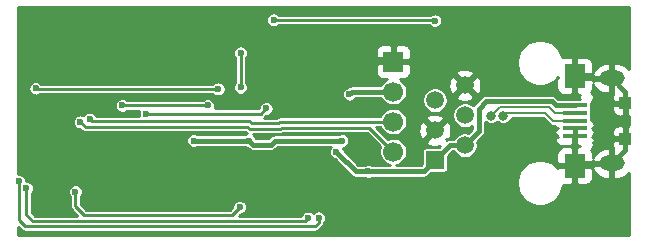
<source format=gbl>
G04 #@! TF.GenerationSoftware,KiCad,Pcbnew,(5.1.9-0-10_14)*
G04 #@! TF.CreationDate,2021-04-30T15:23:44+02:00*
G04 #@! TF.ProjectId,P1_wifi,50315f77-6966-4692-9e6b-696361645f70,rev?*
G04 #@! TF.SameCoordinates,Original*
G04 #@! TF.FileFunction,Copper,L2,Bot*
G04 #@! TF.FilePolarity,Positive*
%FSLAX46Y46*%
G04 Gerber Fmt 4.6, Leading zero omitted, Abs format (unit mm)*
G04 Created by KiCad (PCBNEW (5.1.9-0-10_14)) date 2021-04-30 15:23:44*
%MOMM*%
%LPD*%
G01*
G04 APERTURE LIST*
G04 #@! TA.AperFunction,ComponentPad*
%ADD10C,1.700000*%
G04 #@! TD*
G04 #@! TA.AperFunction,ComponentPad*
%ADD11R,1.700000X1.700000*%
G04 #@! TD*
G04 #@! TA.AperFunction,SMDPad,CuDef*
%ADD12R,1.000000X1.000000*%
G04 #@! TD*
G04 #@! TA.AperFunction,SMDPad,CuDef*
%ADD13R,2.150000X0.400000*%
G04 #@! TD*
G04 #@! TA.AperFunction,ComponentPad*
%ADD14R,1.800000X2.000000*%
G04 #@! TD*
G04 #@! TA.AperFunction,ComponentPad*
%ADD15O,2.150000X1.300000*%
G04 #@! TD*
G04 #@! TA.AperFunction,ComponentPad*
%ADD16R,1.520000X1.520000*%
G04 #@! TD*
G04 #@! TA.AperFunction,ComponentPad*
%ADD17C,1.520000*%
G04 #@! TD*
G04 #@! TA.AperFunction,ViaPad*
%ADD18C,0.600000*%
G04 #@! TD*
G04 #@! TA.AperFunction,ViaPad*
%ADD19C,0.812800*%
G04 #@! TD*
G04 #@! TA.AperFunction,Conductor*
%ADD20C,0.406400*%
G04 #@! TD*
G04 #@! TA.AperFunction,Conductor*
%ADD21C,0.254000*%
G04 #@! TD*
G04 #@! TA.AperFunction,Conductor*
%ADD22C,0.203200*%
G04 #@! TD*
G04 #@! TA.AperFunction,Conductor*
%ADD23C,0.100000*%
G04 #@! TD*
G04 APERTURE END LIST*
D10*
X39711500Y9937000D03*
X39711500Y12477000D03*
X39711500Y7397000D03*
D11*
X39711500Y15017000D03*
D12*
X59379500Y11500000D03*
D13*
X55069500Y11300000D03*
D14*
X55069500Y13800000D03*
D15*
X58229500Y13600000D03*
D14*
X55069500Y6200000D03*
D15*
X58229500Y6400000D03*
D12*
X59379500Y8500000D03*
D13*
X55069500Y10650000D03*
X55069500Y10000000D03*
X55069500Y9350000D03*
X55069500Y8700000D03*
D16*
X43243500Y6667500D03*
D17*
X45783500Y7937500D03*
X43243500Y9207500D03*
X45783500Y10477500D03*
X43243500Y11747500D03*
X45783500Y13017500D03*
D18*
X31496000Y4318000D03*
X33528000Y6350000D03*
X31496000Y6350000D03*
X33528000Y4318000D03*
X35052000Y16322000D03*
X35052000Y13462000D03*
X30099000Y7620000D03*
X31623000Y13716000D03*
X24511000Y18034000D03*
X11557000Y14351000D03*
X11557000Y4445000D03*
X27432000Y4445000D03*
X36703000Y7239000D03*
X36703000Y8763000D03*
X33147000Y13208000D03*
X33147000Y15240000D03*
X36931600Y13335000D03*
X37993599Y3454400D03*
X30022800Y2844800D03*
X35153600Y2895600D03*
X23926800Y7467600D03*
X24434800Y3098800D03*
X37592000Y5715000D03*
X34903703Y7364651D03*
X26797000Y15748000D03*
X26797000Y12827000D03*
X36002000Y12258000D03*
X22809200Y8331200D03*
X35382196Y8331200D03*
X27495000Y8331200D03*
X29591000Y18542000D03*
X43243504Y18478502D03*
X24892000Y12700000D03*
X9448800Y12750802D03*
X16764000Y11303000D03*
X24003000Y11303000D03*
D19*
X49022000Y10429855D03*
X48006000Y10429855D03*
D18*
X26720800Y2692400D03*
X12801600Y4013200D03*
X13207996Y9906000D03*
X14008550Y10155210D03*
X33401000Y1778000D03*
X8026400Y4876800D03*
X32512000Y1773210D03*
X8656610Y4294983D03*
X18796000Y10612421D03*
X28956000Y11049000D03*
D20*
X58229500Y13600000D02*
X55069500Y13600000D01*
X58229500Y6400000D02*
X55069500Y6400000D01*
X59379500Y12450000D02*
X58229500Y13600000D01*
X59379500Y11500000D02*
X59379500Y12450000D01*
X59379500Y7550000D02*
X58229500Y6400000D01*
X59379500Y8500000D02*
X59379500Y7550000D01*
X59379500Y11500000D02*
X59379500Y8500000D01*
X55069500Y8700000D02*
X55069500Y6400000D01*
X55069500Y9350000D02*
X55069500Y8700000D01*
X35052000Y13462000D02*
X35052000Y16322000D01*
X39488500Y15240000D02*
X35136000Y15240000D01*
D21*
X35136000Y15240000D02*
X35052000Y15324000D01*
X39711500Y15017000D02*
X39488500Y15240000D01*
D20*
X46949901Y9103901D02*
X45783500Y7937500D01*
X46949901Y11037373D02*
X46949901Y9103901D01*
X47561594Y11649066D02*
X46949901Y11037373D01*
X53120934Y11649066D02*
X47561594Y11649066D01*
X55069500Y11300000D02*
X53470000Y11300000D01*
X53470000Y11300000D02*
X53120934Y11649066D01*
X44513500Y7937500D02*
X43243500Y6667500D01*
X45783500Y7937500D02*
X44513500Y7937500D01*
D21*
X42792799Y6216799D02*
X43243500Y6667500D01*
D20*
X38016264Y5715000D02*
X37592000Y5715000D01*
X42792799Y6216799D02*
X42291000Y5715000D01*
X42291000Y5715000D02*
X38016264Y5715000D01*
X37592000Y5715000D02*
X36553354Y5715000D01*
X36553354Y5715000D02*
X34903703Y7364651D01*
D21*
X26797000Y15323736D02*
X26797000Y12827000D01*
X26797000Y15748000D02*
X26797000Y15323736D01*
D20*
X36221000Y12477000D02*
X36002000Y12258000D01*
X39711500Y12477000D02*
X36221000Y12477000D01*
X27495000Y8331200D02*
X22809200Y8331200D01*
X29705490Y8331200D02*
X29344866Y7970575D01*
X29344866Y7970575D02*
X27855625Y7970575D01*
X35382196Y8331200D02*
X29705490Y8331200D01*
X27855625Y7970575D02*
X27495000Y8331200D01*
D21*
X43180006Y18542000D02*
X43243504Y18478502D01*
X29591000Y18542000D02*
X43180006Y18542000D01*
X24892000Y12700000D02*
X9499602Y12700000D01*
X9499602Y12700000D02*
X9448800Y12750802D01*
X16764000Y11303000D02*
X24003000Y11303000D01*
D22*
X52578000Y10668000D02*
X53246000Y10000000D01*
X53246000Y10000000D02*
X55069500Y10000000D01*
X49260145Y10668000D02*
X52578000Y10668000D01*
X49022000Y10429855D02*
X49260145Y10668000D01*
X48717200Y11141055D02*
X52910509Y11141055D01*
X52910509Y11141055D02*
X53401564Y10650000D01*
X48006000Y10429855D02*
X48717200Y11141055D01*
X53401564Y10650000D02*
X55069500Y10650000D01*
D21*
X13525000Y2032000D02*
X12801600Y2755400D01*
X26060400Y2032000D02*
X13525000Y2032000D01*
X12801600Y2755400D02*
X12801600Y4013200D01*
X26720800Y2692400D02*
X26060400Y2032000D01*
X30159080Y9326587D02*
X27543790Y9326587D01*
X30260681Y9428188D02*
X30159080Y9326587D01*
X13635008Y9478988D02*
X13507995Y9606001D01*
X13507995Y9606001D02*
X13207996Y9906000D01*
X27391389Y9478988D02*
X13635008Y9478988D01*
X27543790Y9326587D02*
X27391389Y9478988D01*
X39711500Y7397000D02*
X37680312Y9428188D01*
X37680312Y9428188D02*
X30260681Y9428188D01*
X14181549Y9982211D02*
X14008550Y10155210D01*
X27733171Y9783798D02*
X27534758Y9982211D01*
X29969698Y9783798D02*
X27733171Y9783798D01*
X30122900Y9937000D02*
X29969698Y9783798D01*
X39711500Y9937000D02*
X30122900Y9937000D01*
X27534758Y9982211D02*
X14181549Y9982211D01*
X33114053Y1066789D02*
X8534411Y1066789D01*
X8534411Y1066789D02*
X8026400Y1574800D01*
X33401000Y1353736D02*
X33114053Y1066789D01*
X8026400Y1574800D02*
X8026400Y4876800D01*
X33401000Y1778000D02*
X33401000Y1353736D01*
X8656610Y2062190D02*
X8656610Y4294983D01*
X9194800Y1524000D02*
X8656610Y2062190D01*
X32262790Y1524000D02*
X9194800Y1524000D01*
X32512000Y1773210D02*
X32262790Y1524000D01*
X18796000Y10612421D02*
X28519421Y10612421D01*
X28519421Y10612421D02*
X28956000Y11049000D01*
X59644800Y14426971D02*
X59474005Y14597882D01*
X59263581Y14738585D01*
X59029751Y14835533D01*
X58781500Y14885000D01*
X58356500Y14885000D01*
X58356500Y13727000D01*
X58376500Y13727000D01*
X58376500Y13473000D01*
X58356500Y13473000D01*
X58356500Y12363678D01*
X58348963Y12354494D01*
X58289998Y12244180D01*
X58253688Y12124482D01*
X58241428Y12000000D01*
X58244500Y11785750D01*
X58403250Y11627000D01*
X59252500Y11627000D01*
X59252500Y11647000D01*
X59506500Y11647000D01*
X59506500Y11627000D01*
X59526500Y11627000D01*
X59526500Y11373000D01*
X59506500Y11373000D01*
X59506500Y10523750D01*
X59644800Y10385450D01*
X59644801Y9614551D01*
X59506500Y9476250D01*
X59506500Y8627000D01*
X59526500Y8627000D01*
X59526500Y8373000D01*
X59506500Y8373000D01*
X59506500Y8353000D01*
X59252500Y8353000D01*
X59252500Y8373000D01*
X58403250Y8373000D01*
X58244500Y8214250D01*
X58241428Y8000000D01*
X58253688Y7875518D01*
X58289998Y7755820D01*
X58348963Y7645506D01*
X58356500Y7636322D01*
X58356500Y6527000D01*
X58376500Y6527000D01*
X58376500Y6273000D01*
X58356500Y6273000D01*
X58356500Y5115000D01*
X58781500Y5115000D01*
X59029751Y5164467D01*
X59263581Y5261415D01*
X59474005Y5402118D01*
X59644801Y5573029D01*
X59644801Y355200D01*
X7950200Y355200D01*
X7950200Y1004423D01*
X8195241Y759381D01*
X8209558Y741936D01*
X8279175Y684802D01*
X8358602Y642348D01*
X8444784Y616204D01*
X8511951Y609589D01*
X8511960Y609589D01*
X8534410Y607378D01*
X8556860Y609589D01*
X33091603Y609589D01*
X33114053Y607378D01*
X33136503Y609589D01*
X33136513Y609589D01*
X33203680Y616204D01*
X33289862Y642348D01*
X33369289Y684802D01*
X33438906Y741936D01*
X33453227Y759386D01*
X33708403Y1014562D01*
X33725853Y1028883D01*
X33762401Y1073416D01*
X33782987Y1098499D01*
X33819722Y1167228D01*
X33825441Y1177927D01*
X33851585Y1264109D01*
X33858200Y1331276D01*
X33858200Y1331285D01*
X33859585Y1345348D01*
X33890508Y1376271D01*
X33959476Y1479488D01*
X34006982Y1594178D01*
X34031200Y1715931D01*
X34031200Y1840069D01*
X34006982Y1961822D01*
X33959476Y2076512D01*
X33890508Y2179729D01*
X33802729Y2267508D01*
X33699512Y2336476D01*
X33584822Y2383982D01*
X33463069Y2408200D01*
X33338931Y2408200D01*
X33217178Y2383982D01*
X33102488Y2336476D01*
X32999271Y2267508D01*
X32954105Y2222342D01*
X32913729Y2262718D01*
X32810512Y2331686D01*
X32695822Y2379192D01*
X32574069Y2403410D01*
X32449931Y2403410D01*
X32328178Y2379192D01*
X32213488Y2331686D01*
X32110271Y2262718D01*
X32022492Y2174939D01*
X31953524Y2071722D01*
X31916029Y1981200D01*
X26656178Y1981200D01*
X26737178Y2062200D01*
X26782869Y2062200D01*
X26904622Y2086418D01*
X27019312Y2133924D01*
X27122529Y2202892D01*
X27210308Y2290671D01*
X27279276Y2393888D01*
X27326782Y2508578D01*
X27351000Y2630331D01*
X27351000Y2754469D01*
X27326782Y2876222D01*
X27279276Y2990912D01*
X27210308Y3094129D01*
X27122529Y3181908D01*
X27019312Y3250876D01*
X26904622Y3298382D01*
X26782869Y3322600D01*
X26658731Y3322600D01*
X26536978Y3298382D01*
X26422288Y3250876D01*
X26319071Y3181908D01*
X26231292Y3094129D01*
X26162324Y2990912D01*
X26114818Y2876222D01*
X26090600Y2754469D01*
X26090600Y2708778D01*
X25871023Y2489200D01*
X13714378Y2489200D01*
X13258800Y2944777D01*
X13258800Y3579163D01*
X13291108Y3611471D01*
X13360076Y3714688D01*
X13407582Y3829378D01*
X13431800Y3951131D01*
X13431800Y4075269D01*
X13407582Y4197022D01*
X13360076Y4311712D01*
X13291108Y4414929D01*
X13203329Y4502708D01*
X13100112Y4571676D01*
X12985422Y4619182D01*
X12863669Y4643400D01*
X12739531Y4643400D01*
X12617778Y4619182D01*
X12503088Y4571676D01*
X12399871Y4502708D01*
X12312092Y4414929D01*
X12243124Y4311712D01*
X12195618Y4197022D01*
X12171400Y4075269D01*
X12171400Y3951131D01*
X12195618Y3829378D01*
X12243124Y3714688D01*
X12312092Y3611471D01*
X12344401Y3579162D01*
X12344400Y2777850D01*
X12342189Y2755400D01*
X12344400Y2732950D01*
X12344400Y2732941D01*
X12351015Y2665774D01*
X12377159Y2579592D01*
X12419613Y2500165D01*
X12476747Y2430547D01*
X12494197Y2416226D01*
X12929222Y1981200D01*
X9384178Y1981200D01*
X9113810Y2251568D01*
X9113810Y3860946D01*
X9146118Y3893254D01*
X9215086Y3996471D01*
X9262592Y4111161D01*
X9286810Y4232914D01*
X9286810Y4357052D01*
X9262592Y4478805D01*
X9215086Y4593495D01*
X9146118Y4696712D01*
X9058339Y4784491D01*
X8955122Y4853459D01*
X8840432Y4900965D01*
X8718679Y4925183D01*
X8656600Y4925183D01*
X8656600Y4938869D01*
X8654372Y4950070D01*
X50178300Y4950070D01*
X50178300Y4564930D01*
X50253438Y4187189D01*
X50400825Y3831366D01*
X50614797Y3511133D01*
X50887133Y3238797D01*
X51207366Y3024825D01*
X51563189Y2877438D01*
X51940930Y2802300D01*
X52326070Y2802300D01*
X52703811Y2877438D01*
X53059634Y3024825D01*
X53379867Y3238797D01*
X53652203Y3511133D01*
X53866175Y3831366D01*
X54013562Y4187189D01*
X54088700Y4564930D01*
X54088700Y4569886D01*
X54169500Y4561928D01*
X54783750Y4565000D01*
X54942500Y4723750D01*
X54942500Y6073000D01*
X55196500Y6073000D01*
X55196500Y4723750D01*
X55355250Y4565000D01*
X55969500Y4561928D01*
X56093982Y4574188D01*
X56213680Y4610498D01*
X56323994Y4669463D01*
X56420685Y4748815D01*
X56500037Y4845506D01*
X56559002Y4955820D01*
X56595312Y5075518D01*
X56607572Y5200000D01*
X56604500Y5914250D01*
X56445750Y6073000D01*
X55196500Y6073000D01*
X54942500Y6073000D01*
X53693250Y6073000D01*
X53638160Y6017910D01*
X53581541Y6074529D01*
X56561401Y6074529D01*
X56568713Y6025585D01*
X56665503Y5791689D01*
X56806064Y5581170D01*
X56984995Y5402118D01*
X57195419Y5261415D01*
X57429249Y5164467D01*
X57677500Y5115000D01*
X58102500Y5115000D01*
X58102500Y6273000D01*
X56685433Y6273000D01*
X56561401Y6074529D01*
X53581541Y6074529D01*
X53379867Y6276203D01*
X53059634Y6490175D01*
X52703811Y6637562D01*
X52326070Y6712700D01*
X51940930Y6712700D01*
X51563189Y6637562D01*
X51207366Y6490175D01*
X50887133Y6276203D01*
X50614797Y6003867D01*
X50400825Y5683634D01*
X50253438Y5327811D01*
X50178300Y4950070D01*
X8654372Y4950070D01*
X8632382Y5060622D01*
X8584876Y5175312D01*
X8515908Y5278529D01*
X8428129Y5366308D01*
X8324912Y5435276D01*
X8210222Y5482782D01*
X8088469Y5507000D01*
X7964331Y5507000D01*
X7950200Y5504189D01*
X7950200Y9968069D01*
X12577796Y9968069D01*
X12577796Y9843931D01*
X12602014Y9722178D01*
X12649520Y9607488D01*
X12718488Y9504271D01*
X12806267Y9416492D01*
X12909484Y9347524D01*
X13024174Y9300018D01*
X13145927Y9275800D01*
X13191618Y9275800D01*
X13295837Y9171581D01*
X13310155Y9154135D01*
X13379772Y9097001D01*
X13459199Y9054547D01*
X13545381Y9028403D01*
X13612548Y9021788D01*
X13612556Y9021788D01*
X13635008Y9019577D01*
X13657460Y9021788D01*
X27202011Y9021788D01*
X27204620Y9019180D01*
X27218937Y9001734D01*
X27288554Y8944600D01*
X27306251Y8935141D01*
X27196488Y8889676D01*
X27158959Y8864600D01*
X23145241Y8864600D01*
X23107712Y8889676D01*
X22993022Y8937182D01*
X22871269Y8961400D01*
X22747131Y8961400D01*
X22625378Y8937182D01*
X22510688Y8889676D01*
X22407471Y8820708D01*
X22319692Y8732929D01*
X22250724Y8629712D01*
X22203218Y8515022D01*
X22179000Y8393269D01*
X22179000Y8269131D01*
X22203218Y8147378D01*
X22250724Y8032688D01*
X22319692Y7929471D01*
X22407471Y7841692D01*
X22510688Y7772724D01*
X22625378Y7725218D01*
X22747131Y7701000D01*
X22871269Y7701000D01*
X22993022Y7725218D01*
X23107712Y7772724D01*
X23145241Y7797800D01*
X27158959Y7797800D01*
X27196488Y7772724D01*
X27311178Y7725218D01*
X27355446Y7716413D01*
X27459929Y7611930D01*
X27476630Y7591580D01*
X27557850Y7524924D01*
X27650514Y7475394D01*
X27751060Y7444894D01*
X27829430Y7437175D01*
X27829431Y7437175D01*
X27855625Y7434595D01*
X27881819Y7437175D01*
X29318680Y7437175D01*
X29344866Y7434596D01*
X29371053Y7437175D01*
X29371061Y7437175D01*
X29449431Y7444894D01*
X29549977Y7475394D01*
X29642641Y7524924D01*
X29723861Y7591580D01*
X29740566Y7611935D01*
X29926431Y7797800D01*
X34445615Y7797800D01*
X34414195Y7766380D01*
X34345227Y7663163D01*
X34297721Y7548473D01*
X34273503Y7426720D01*
X34273503Y7302582D01*
X34297721Y7180829D01*
X34345227Y7066139D01*
X34414195Y6962922D01*
X34501974Y6875143D01*
X34605191Y6806175D01*
X34719881Y6758669D01*
X34764149Y6749864D01*
X36157658Y5356355D01*
X36174359Y5336005D01*
X36255579Y5269349D01*
X36348243Y5219819D01*
X36448789Y5189319D01*
X36527159Y5181600D01*
X36527167Y5181600D01*
X36553354Y5179021D01*
X36579541Y5181600D01*
X37255959Y5181600D01*
X37293488Y5156524D01*
X37408178Y5109018D01*
X37529931Y5084800D01*
X37654069Y5084800D01*
X37775822Y5109018D01*
X37890512Y5156524D01*
X37928041Y5181600D01*
X42264813Y5181600D01*
X42291000Y5179021D01*
X42317187Y5181600D01*
X42317195Y5181600D01*
X42395565Y5189319D01*
X42496111Y5219819D01*
X42588775Y5269349D01*
X42669995Y5336005D01*
X42686695Y5356354D01*
X42906044Y5575703D01*
X44003500Y5575703D01*
X44068230Y5582078D01*
X44130473Y5600960D01*
X44187837Y5631621D01*
X44238116Y5672884D01*
X44279379Y5723163D01*
X44310040Y5780527D01*
X44328922Y5842770D01*
X44335297Y5907500D01*
X44335297Y7004955D01*
X44734442Y7404100D01*
X44828734Y7404100D01*
X44936686Y7242538D01*
X45088538Y7090686D01*
X45267097Y6971377D01*
X45465500Y6889196D01*
X45676125Y6847300D01*
X45890875Y6847300D01*
X46101500Y6889196D01*
X46299903Y6971377D01*
X46478462Y7090686D01*
X46587776Y7200000D01*
X53531428Y7200000D01*
X53534500Y6485750D01*
X53693250Y6327000D01*
X54942500Y6327000D01*
X54942500Y7676250D01*
X54783750Y7835000D01*
X54169500Y7838072D01*
X54045018Y7825812D01*
X53925320Y7789502D01*
X53815006Y7730537D01*
X53718315Y7651185D01*
X53638963Y7554494D01*
X53579998Y7444180D01*
X53543688Y7324482D01*
X53531428Y7200000D01*
X46587776Y7200000D01*
X46630314Y7242538D01*
X46749623Y7421097D01*
X46831804Y7619500D01*
X46873700Y7830125D01*
X46873700Y8044875D01*
X46835792Y8235451D01*
X47308552Y8708210D01*
X47328896Y8724906D01*
X47371527Y8776851D01*
X47395552Y8806126D01*
X47445082Y8898790D01*
X47475582Y8999336D01*
X47477459Y9018392D01*
X47483301Y9077706D01*
X47483301Y9077713D01*
X47485880Y9103900D01*
X47483301Y9130087D01*
X47483301Y9910844D01*
X47536445Y9857700D01*
X47657089Y9777089D01*
X47791142Y9721562D01*
X47933451Y9693255D01*
X48078549Y9693255D01*
X48220858Y9721562D01*
X48354911Y9777089D01*
X48475555Y9857700D01*
X48514000Y9896145D01*
X48552445Y9857700D01*
X48673089Y9777089D01*
X48807142Y9721562D01*
X48949451Y9693255D01*
X49094549Y9693255D01*
X49236858Y9721562D01*
X49370911Y9777089D01*
X49491555Y9857700D01*
X49594155Y9960300D01*
X49674766Y10080944D01*
X49730293Y10214997D01*
X49734511Y10236200D01*
X52399144Y10236200D01*
X52925669Y9709674D01*
X52939194Y9693194D01*
X52972693Y9665702D01*
X53004944Y9639234D01*
X53079958Y9599139D01*
X53161352Y9574448D01*
X53246000Y9566111D01*
X53267210Y9568200D01*
X53373050Y9568200D01*
X53518250Y9423000D01*
X53631679Y9423000D01*
X53548488Y9356299D01*
X53468038Y9260519D01*
X53426934Y9185684D01*
X53359500Y9118250D01*
X53369443Y9025000D01*
X53359500Y8931750D01*
X53426934Y8864316D01*
X53468038Y8789481D01*
X53548488Y8693701D01*
X53631679Y8627000D01*
X53518250Y8627000D01*
X53359500Y8468250D01*
X53370148Y8368392D01*
X53407820Y8249116D01*
X53468038Y8139481D01*
X53548488Y8043701D01*
X53646077Y7965456D01*
X53757056Y7907753D01*
X53877160Y7872810D01*
X54001774Y7861969D01*
X54783750Y7865000D01*
X54942500Y8023750D01*
X54942500Y8627000D01*
X54895750Y8627000D01*
X54942500Y8673750D01*
X54942500Y8847000D01*
X55196500Y8847000D01*
X55196500Y8673750D01*
X55243250Y8627000D01*
X55196500Y8627000D01*
X55196500Y8023750D01*
X55355250Y7865000D01*
X55489400Y7864480D01*
X55495125Y7835700D01*
X55355250Y7835000D01*
X55196500Y7676250D01*
X55196500Y6327000D01*
X56445750Y6327000D01*
X56604500Y6485750D01*
X56605229Y6655339D01*
X56685433Y6527000D01*
X58102500Y6527000D01*
X58102500Y7685000D01*
X57677500Y7685000D01*
X57429249Y7635533D01*
X57195419Y7538585D01*
X56984995Y7397882D01*
X56806064Y7218830D01*
X56665503Y7008311D01*
X56606130Y6864835D01*
X56607572Y7200000D01*
X56595312Y7324482D01*
X56559002Y7444180D01*
X56500037Y7554494D01*
X56495456Y7560075D01*
X56549589Y7614208D01*
X56615821Y7713330D01*
X56661442Y7823470D01*
X56684700Y7940393D01*
X56684700Y8059607D01*
X56669223Y8137411D01*
X56670962Y8139481D01*
X56731180Y8249116D01*
X56768852Y8368392D01*
X56779500Y8468250D01*
X56620750Y8627000D01*
X56507321Y8627000D01*
X56590512Y8693701D01*
X56670962Y8789481D01*
X56712066Y8864316D01*
X56779500Y8931750D01*
X56772223Y9000000D01*
X58241428Y9000000D01*
X58244500Y8785750D01*
X58403250Y8627000D01*
X59252500Y8627000D01*
X59252500Y9476250D01*
X59093750Y9635000D01*
X58879500Y9638072D01*
X58755018Y9625812D01*
X58635320Y9589502D01*
X58525006Y9530537D01*
X58428315Y9451185D01*
X58348963Y9354494D01*
X58289998Y9244180D01*
X58253688Y9124482D01*
X58241428Y9000000D01*
X56772223Y9000000D01*
X56769557Y9025000D01*
X56779500Y9118250D01*
X56712066Y9185684D01*
X56670962Y9260519D01*
X56590512Y9356299D01*
X56507321Y9423000D01*
X56620750Y9423000D01*
X56779500Y9581750D01*
X56768852Y9681608D01*
X56731180Y9800884D01*
X56670962Y9910519D01*
X56590512Y10006299D01*
X56492923Y10084544D01*
X56476297Y10093189D01*
X56476297Y10200000D01*
X56469922Y10264730D01*
X56451639Y10325000D01*
X56469922Y10385270D01*
X56476297Y10450000D01*
X56476297Y10850000D01*
X56469922Y10914730D01*
X56451639Y10975000D01*
X56459222Y11000000D01*
X58241428Y11000000D01*
X58253688Y10875518D01*
X58289998Y10755820D01*
X58348963Y10645506D01*
X58428315Y10548815D01*
X58525006Y10469463D01*
X58635320Y10410498D01*
X58755018Y10374188D01*
X58879500Y10361928D01*
X59093750Y10365000D01*
X59252500Y10523750D01*
X59252500Y11373000D01*
X58403250Y11373000D01*
X58244500Y11214250D01*
X58241428Y11000000D01*
X56459222Y11000000D01*
X56469922Y11035270D01*
X56476297Y11100000D01*
X56476297Y11500000D01*
X56472629Y11537248D01*
X56549589Y11614208D01*
X56615821Y11713330D01*
X56661442Y11823470D01*
X56684700Y11940393D01*
X56684700Y12059607D01*
X56661442Y12176530D01*
X56615821Y12286670D01*
X56549589Y12385792D01*
X56495456Y12439925D01*
X56500037Y12445506D01*
X56559002Y12555820D01*
X56595312Y12675518D01*
X56607572Y12800000D01*
X56606130Y13135165D01*
X56665503Y12991689D01*
X56806064Y12781170D01*
X56984995Y12602118D01*
X57195419Y12461415D01*
X57429249Y12364467D01*
X57677500Y12315000D01*
X58102500Y12315000D01*
X58102500Y13473000D01*
X56685433Y13473000D01*
X56605229Y13344661D01*
X56604500Y13514250D01*
X56445750Y13673000D01*
X55196500Y13673000D01*
X55196500Y12323750D01*
X55355250Y12165000D01*
X55495125Y12164300D01*
X55474300Y12059607D01*
X55474300Y11940393D01*
X55495902Y11831797D01*
X55111970Y11831797D01*
X55095695Y11833400D01*
X53690941Y11833400D01*
X53516630Y12007711D01*
X53499929Y12028061D01*
X53418709Y12094717D01*
X53326045Y12144247D01*
X53225499Y12174747D01*
X53147129Y12182466D01*
X53147121Y12182466D01*
X53120934Y12185045D01*
X53094747Y12182466D01*
X47587788Y12182466D01*
X47561594Y12185046D01*
X47535400Y12182466D01*
X47535399Y12182466D01*
X47457029Y12174747D01*
X47356483Y12144247D01*
X47263819Y12094717D01*
X47182599Y12028061D01*
X47165898Y12007711D01*
X46591256Y11433069D01*
X46570906Y11416368D01*
X46504250Y11335148D01*
X46491494Y11311282D01*
X46478462Y11324314D01*
X46299903Y11443623D01*
X46101500Y11525804D01*
X45890875Y11567700D01*
X45676125Y11567700D01*
X45465500Y11525804D01*
X45267097Y11443623D01*
X45088538Y11324314D01*
X44936686Y11172462D01*
X44817377Y10993903D01*
X44735196Y10795500D01*
X44693300Y10584875D01*
X44693300Y10370125D01*
X44735196Y10159500D01*
X44817377Y9961097D01*
X44936686Y9782538D01*
X45088538Y9630686D01*
X45267097Y9511377D01*
X45465500Y9429196D01*
X45676125Y9387300D01*
X45890875Y9387300D01*
X46101500Y9429196D01*
X46299903Y9511377D01*
X46416502Y9589286D01*
X46416502Y9324844D01*
X46081451Y8989792D01*
X45890875Y9027700D01*
X45676125Y9027700D01*
X45465500Y8985804D01*
X45267097Y8903623D01*
X45088538Y8784314D01*
X44936686Y8632462D01*
X44828734Y8470900D01*
X44539686Y8470900D01*
X44513499Y8473479D01*
X44487312Y8470900D01*
X44487305Y8470900D01*
X44408935Y8463181D01*
X44308389Y8432681D01*
X44236404Y8394204D01*
X44207639Y8422969D01*
X44447525Y8489706D01*
X44564424Y8738392D01*
X44630561Y9005106D01*
X44643395Y9279597D01*
X44602431Y9551317D01*
X44509244Y9809826D01*
X44447525Y9925294D01*
X44207637Y9992031D01*
X43423105Y9207500D01*
X43437248Y9193358D01*
X43257642Y9013752D01*
X43243500Y9027895D01*
X42458969Y8243363D01*
X42525706Y8003475D01*
X42774392Y7886576D01*
X43041106Y7820439D01*
X43315597Y7807605D01*
X43587317Y7848569D01*
X43716961Y7895303D01*
X43580955Y7759297D01*
X42483500Y7759297D01*
X42418770Y7752922D01*
X42356527Y7734040D01*
X42299163Y7703379D01*
X42248884Y7662116D01*
X42207621Y7611837D01*
X42176960Y7554473D01*
X42158078Y7492230D01*
X42151703Y7427500D01*
X42151703Y6330044D01*
X42070059Y6248400D01*
X39986602Y6248400D01*
X40055752Y6262155D01*
X40270534Y6351121D01*
X40463833Y6480279D01*
X40628221Y6644667D01*
X40757379Y6837966D01*
X40846345Y7052748D01*
X40891700Y7280760D01*
X40891700Y7513240D01*
X40846345Y7741252D01*
X40757379Y7956034D01*
X40628221Y8149333D01*
X40463833Y8313721D01*
X40270534Y8442879D01*
X40055752Y8531845D01*
X39827740Y8577200D01*
X39595260Y8577200D01*
X39367248Y8531845D01*
X39265414Y8489664D01*
X38275277Y9479800D01*
X38623440Y9479800D01*
X38665621Y9377966D01*
X38794779Y9184667D01*
X38959167Y9020279D01*
X39152466Y8891121D01*
X39367248Y8802155D01*
X39595260Y8756800D01*
X39827740Y8756800D01*
X40055752Y8802155D01*
X40270534Y8891121D01*
X40463833Y9020279D01*
X40578957Y9135403D01*
X41843605Y9135403D01*
X41884569Y8863683D01*
X41977756Y8605174D01*
X42039475Y8489706D01*
X42279363Y8422969D01*
X43063895Y9207500D01*
X42279363Y9992031D01*
X42039475Y9925294D01*
X41922576Y9676608D01*
X41856439Y9409894D01*
X41843605Y9135403D01*
X40578957Y9135403D01*
X40628221Y9184667D01*
X40757379Y9377966D01*
X40846345Y9592748D01*
X40891700Y9820760D01*
X40891700Y10053240D01*
X40868150Y10171637D01*
X42458969Y10171637D01*
X43243500Y9387105D01*
X44028031Y10171637D01*
X43961294Y10411525D01*
X43712608Y10528424D01*
X43445894Y10594561D01*
X43171403Y10607395D01*
X42899683Y10566431D01*
X42641174Y10473244D01*
X42525706Y10411525D01*
X42458969Y10171637D01*
X40868150Y10171637D01*
X40846345Y10281252D01*
X40757379Y10496034D01*
X40628221Y10689333D01*
X40463833Y10853721D01*
X40270534Y10982879D01*
X40055752Y11071845D01*
X39827740Y11117200D01*
X39595260Y11117200D01*
X39367248Y11071845D01*
X39152466Y10982879D01*
X38959167Y10853721D01*
X38794779Y10689333D01*
X38665621Y10496034D01*
X38623440Y10394200D01*
X30145349Y10394200D01*
X30122899Y10396411D01*
X30100449Y10394200D01*
X30100440Y10394200D01*
X30033273Y10387585D01*
X29947091Y10361441D01*
X29867664Y10318987D01*
X29798047Y10261853D01*
X29783726Y10244403D01*
X29780321Y10240998D01*
X28787529Y10240998D01*
X28844274Y10287568D01*
X28858595Y10305018D01*
X28972377Y10418800D01*
X29018069Y10418800D01*
X29139822Y10443018D01*
X29254512Y10490524D01*
X29357729Y10559492D01*
X29445508Y10647271D01*
X29514476Y10750488D01*
X29561982Y10865178D01*
X29586200Y10986931D01*
X29586200Y11111069D01*
X29561982Y11232822D01*
X29514476Y11347512D01*
X29445508Y11450729D01*
X29357729Y11538508D01*
X29254512Y11607476D01*
X29139822Y11654982D01*
X29018069Y11679200D01*
X28893931Y11679200D01*
X28772178Y11654982D01*
X28657488Y11607476D01*
X28554271Y11538508D01*
X28466492Y11450729D01*
X28397524Y11347512D01*
X28350018Y11232822D01*
X28325800Y11111069D01*
X28325800Y11069621D01*
X24588455Y11069621D01*
X24608982Y11119178D01*
X24633200Y11240931D01*
X24633200Y11365069D01*
X24608982Y11486822D01*
X24561476Y11601512D01*
X24492508Y11704729D01*
X24404729Y11792508D01*
X24301512Y11861476D01*
X24186822Y11908982D01*
X24065069Y11933200D01*
X23940931Y11933200D01*
X23819178Y11908982D01*
X23704488Y11861476D01*
X23601271Y11792508D01*
X23568963Y11760200D01*
X17198037Y11760200D01*
X17165729Y11792508D01*
X17062512Y11861476D01*
X16947822Y11908982D01*
X16826069Y11933200D01*
X16701931Y11933200D01*
X16580178Y11908982D01*
X16465488Y11861476D01*
X16362271Y11792508D01*
X16274492Y11704729D01*
X16205524Y11601512D01*
X16158018Y11486822D01*
X16133800Y11365069D01*
X16133800Y11240931D01*
X16158018Y11119178D01*
X16205524Y11004488D01*
X16274492Y10901271D01*
X16362271Y10813492D01*
X16465488Y10744524D01*
X16580178Y10697018D01*
X16701931Y10672800D01*
X16826069Y10672800D01*
X16947822Y10697018D01*
X17062512Y10744524D01*
X17165729Y10813492D01*
X17198037Y10845800D01*
X18210545Y10845800D01*
X18190018Y10796243D01*
X18165800Y10674490D01*
X18165800Y10550352D01*
X18187867Y10439411D01*
X14572954Y10439411D01*
X14567026Y10453722D01*
X14498058Y10556939D01*
X14410279Y10644718D01*
X14307062Y10713686D01*
X14192372Y10761192D01*
X14070619Y10785410D01*
X13946481Y10785410D01*
X13824728Y10761192D01*
X13710038Y10713686D01*
X13606821Y10644718D01*
X13519042Y10556939D01*
X13467935Y10480453D01*
X13391818Y10511982D01*
X13270065Y10536200D01*
X13145927Y10536200D01*
X13024174Y10511982D01*
X12909484Y10464476D01*
X12806267Y10395508D01*
X12718488Y10307729D01*
X12649520Y10204512D01*
X12602014Y10089822D01*
X12577796Y9968069D01*
X7950200Y9968069D01*
X7950200Y12812871D01*
X8818600Y12812871D01*
X8818600Y12688733D01*
X8842818Y12566980D01*
X8890324Y12452290D01*
X8959292Y12349073D01*
X9047071Y12261294D01*
X9150288Y12192326D01*
X9264978Y12144820D01*
X9386731Y12120602D01*
X9510869Y12120602D01*
X9632622Y12144820D01*
X9747312Y12192326D01*
X9822851Y12242800D01*
X24457963Y12242800D01*
X24490271Y12210492D01*
X24593488Y12141524D01*
X24708178Y12094018D01*
X24829931Y12069800D01*
X24954069Y12069800D01*
X25075822Y12094018D01*
X25190512Y12141524D01*
X25293729Y12210492D01*
X25381508Y12298271D01*
X25450476Y12401488D01*
X25497982Y12516178D01*
X25522200Y12637931D01*
X25522200Y12762069D01*
X25497982Y12883822D01*
X25450476Y12998512D01*
X25381508Y13101729D01*
X25293729Y13189508D01*
X25190512Y13258476D01*
X25075822Y13305982D01*
X24954069Y13330200D01*
X24829931Y13330200D01*
X24708178Y13305982D01*
X24593488Y13258476D01*
X24490271Y13189508D01*
X24457963Y13157200D01*
X9933639Y13157200D01*
X9850529Y13240310D01*
X9747312Y13309278D01*
X9632622Y13356784D01*
X9510869Y13381002D01*
X9386731Y13381002D01*
X9264978Y13356784D01*
X9150288Y13309278D01*
X9047071Y13240310D01*
X8959292Y13152531D01*
X8890324Y13049314D01*
X8842818Y12934624D01*
X8818600Y12812871D01*
X7950200Y12812871D01*
X7950200Y15810069D01*
X26166800Y15810069D01*
X26166800Y15685931D01*
X26191018Y15564178D01*
X26238524Y15449488D01*
X26307492Y15346271D01*
X26339800Y15313963D01*
X26339801Y13261038D01*
X26307492Y13228729D01*
X26238524Y13125512D01*
X26191018Y13010822D01*
X26166800Y12889069D01*
X26166800Y12764931D01*
X26191018Y12643178D01*
X26238524Y12528488D01*
X26307492Y12425271D01*
X26395271Y12337492D01*
X26498488Y12268524D01*
X26613178Y12221018D01*
X26734931Y12196800D01*
X26859069Y12196800D01*
X26980822Y12221018D01*
X27095512Y12268524D01*
X27172653Y12320069D01*
X35371800Y12320069D01*
X35371800Y12195931D01*
X35396018Y12074178D01*
X35443524Y11959488D01*
X35512492Y11856271D01*
X35600271Y11768492D01*
X35703488Y11699524D01*
X35818178Y11652018D01*
X35939931Y11627800D01*
X36064069Y11627800D01*
X36185822Y11652018D01*
X36300512Y11699524D01*
X36403729Y11768492D01*
X36491508Y11856271D01*
X36549860Y11943600D01*
X38655003Y11943600D01*
X38665621Y11917966D01*
X38794779Y11724667D01*
X38959167Y11560279D01*
X39152466Y11431121D01*
X39367248Y11342155D01*
X39595260Y11296800D01*
X39827740Y11296800D01*
X40055752Y11342155D01*
X40270534Y11431121D01*
X40463833Y11560279D01*
X40628221Y11724667D01*
X40715223Y11854875D01*
X42153300Y11854875D01*
X42153300Y11640125D01*
X42195196Y11429500D01*
X42277377Y11231097D01*
X42396686Y11052538D01*
X42548538Y10900686D01*
X42727097Y10781377D01*
X42925500Y10699196D01*
X43136125Y10657300D01*
X43350875Y10657300D01*
X43561500Y10699196D01*
X43759903Y10781377D01*
X43938462Y10900686D01*
X44090314Y11052538D01*
X44209623Y11231097D01*
X44291804Y11429500D01*
X44333700Y11640125D01*
X44333700Y11854875D01*
X44294219Y12053363D01*
X44998969Y12053363D01*
X45065706Y11813475D01*
X45314392Y11696576D01*
X45581106Y11630439D01*
X45855597Y11617605D01*
X46127317Y11658569D01*
X46385826Y11751756D01*
X46501294Y11813475D01*
X46568031Y12053363D01*
X45783500Y12837895D01*
X44998969Y12053363D01*
X44294219Y12053363D01*
X44291804Y12065500D01*
X44209623Y12263903D01*
X44090314Y12442462D01*
X43938462Y12594314D01*
X43759903Y12713623D01*
X43561500Y12795804D01*
X43350875Y12837700D01*
X43136125Y12837700D01*
X42925500Y12795804D01*
X42727097Y12713623D01*
X42548538Y12594314D01*
X42396686Y12442462D01*
X42277377Y12263903D01*
X42195196Y12065500D01*
X42153300Y11854875D01*
X40715223Y11854875D01*
X40757379Y11917966D01*
X40846345Y12132748D01*
X40891700Y12360760D01*
X40891700Y12593240D01*
X40846345Y12821252D01*
X40794920Y12945403D01*
X44383605Y12945403D01*
X44424569Y12673683D01*
X44517756Y12415174D01*
X44579475Y12299706D01*
X44819363Y12232969D01*
X45603895Y13017500D01*
X45963105Y13017500D01*
X46747637Y12232969D01*
X46987525Y12299706D01*
X47104424Y12548392D01*
X47170561Y12815106D01*
X47183395Y13089597D01*
X47142431Y13361317D01*
X47049244Y13619826D01*
X46987525Y13735294D01*
X46747637Y13802031D01*
X45963105Y13017500D01*
X45603895Y13017500D01*
X44819363Y13802031D01*
X44579475Y13735294D01*
X44462576Y13486608D01*
X44396439Y13219894D01*
X44383605Y12945403D01*
X40794920Y12945403D01*
X40757379Y13036034D01*
X40628221Y13229333D01*
X40463833Y13393721D01*
X40270534Y13522879D01*
X40251861Y13530614D01*
X40561500Y13528928D01*
X40685982Y13541188D01*
X40805680Y13577498D01*
X40915994Y13636463D01*
X41012685Y13715815D01*
X41092037Y13812506D01*
X41151002Y13922820D01*
X41168843Y13981637D01*
X44998969Y13981637D01*
X45783500Y13197105D01*
X46568031Y13981637D01*
X46501294Y14221525D01*
X46252608Y14338424D01*
X45985894Y14404561D01*
X45711403Y14417395D01*
X45439683Y14376431D01*
X45181174Y14283244D01*
X45065706Y14221525D01*
X44998969Y13981637D01*
X41168843Y13981637D01*
X41187312Y14042518D01*
X41199572Y14167000D01*
X41196500Y14731250D01*
X41037750Y14890000D01*
X39838500Y14890000D01*
X39838500Y14870000D01*
X39584500Y14870000D01*
X39584500Y14890000D01*
X38385250Y14890000D01*
X38226500Y14731250D01*
X38223428Y14167000D01*
X38235688Y14042518D01*
X38271998Y13922820D01*
X38330963Y13812506D01*
X38410315Y13715815D01*
X38507006Y13636463D01*
X38617320Y13577498D01*
X38737018Y13541188D01*
X38861500Y13528928D01*
X39171139Y13530614D01*
X39152466Y13522879D01*
X38959167Y13393721D01*
X38794779Y13229333D01*
X38665621Y13036034D01*
X38655003Y13010400D01*
X36247194Y13010400D01*
X36221000Y13012980D01*
X36194806Y13010400D01*
X36194805Y13010400D01*
X36116435Y13002681D01*
X36015889Y12972181D01*
X35923225Y12922651D01*
X35862473Y12872793D01*
X35818178Y12863982D01*
X35703488Y12816476D01*
X35600271Y12747508D01*
X35512492Y12659729D01*
X35443524Y12556512D01*
X35396018Y12441822D01*
X35371800Y12320069D01*
X27172653Y12320069D01*
X27198729Y12337492D01*
X27286508Y12425271D01*
X27355476Y12528488D01*
X27402982Y12643178D01*
X27427200Y12764931D01*
X27427200Y12889069D01*
X27402982Y13010822D01*
X27355476Y13125512D01*
X27286508Y13228729D01*
X27254200Y13261037D01*
X27254200Y15110070D01*
X50178300Y15110070D01*
X50178300Y14724930D01*
X50253438Y14347189D01*
X50400825Y13991366D01*
X50614797Y13671133D01*
X50887133Y13398797D01*
X51207366Y13184825D01*
X51563189Y13037438D01*
X51940930Y12962300D01*
X52326070Y12962300D01*
X52703811Y13037438D01*
X53059634Y13184825D01*
X53379867Y13398797D01*
X53652203Y13671133D01*
X53653449Y13672998D01*
X53693248Y13672998D01*
X53534500Y13514250D01*
X53531428Y12800000D01*
X53543688Y12675518D01*
X53579998Y12555820D01*
X53638963Y12445506D01*
X53718315Y12348815D01*
X53815006Y12269463D01*
X53925320Y12210498D01*
X54045018Y12174188D01*
X54169500Y12161928D01*
X54783750Y12165000D01*
X54942500Y12323750D01*
X54942500Y13673000D01*
X54922500Y13673000D01*
X54922500Y13925471D01*
X56561401Y13925471D01*
X56685433Y13727000D01*
X58102500Y13727000D01*
X58102500Y14885000D01*
X57677500Y14885000D01*
X57429249Y14835533D01*
X57195419Y14738585D01*
X56984995Y14597882D01*
X56806064Y14418830D01*
X56665503Y14208311D01*
X56568713Y13974415D01*
X56561401Y13925471D01*
X54922500Y13925471D01*
X54922500Y13927000D01*
X54942500Y13927000D01*
X54942500Y15276250D01*
X55196500Y15276250D01*
X55196500Y13927000D01*
X56445750Y13927000D01*
X56604500Y14085750D01*
X56607572Y14800000D01*
X56595312Y14924482D01*
X56559002Y15044180D01*
X56500037Y15154494D01*
X56420685Y15251185D01*
X56323994Y15330537D01*
X56213680Y15389502D01*
X56093982Y15425812D01*
X55969500Y15438072D01*
X55355250Y15435000D01*
X55196500Y15276250D01*
X54942500Y15276250D01*
X54783750Y15435000D01*
X54169500Y15438072D01*
X54045018Y15425812D01*
X54026983Y15420341D01*
X54013562Y15487811D01*
X53866175Y15843634D01*
X53652203Y16163867D01*
X53379867Y16436203D01*
X53059634Y16650175D01*
X52703811Y16797562D01*
X52326070Y16872700D01*
X51940930Y16872700D01*
X51563189Y16797562D01*
X51207366Y16650175D01*
X50887133Y16436203D01*
X50614797Y16163867D01*
X50400825Y15843634D01*
X50253438Y15487811D01*
X50178300Y15110070D01*
X27254200Y15110070D01*
X27254200Y15313963D01*
X27286508Y15346271D01*
X27355476Y15449488D01*
X27402982Y15564178D01*
X27427200Y15685931D01*
X27427200Y15810069D01*
X27415876Y15867000D01*
X38223428Y15867000D01*
X38226500Y15302750D01*
X38385250Y15144000D01*
X39584500Y15144000D01*
X39584500Y16343250D01*
X39838500Y16343250D01*
X39838500Y15144000D01*
X41037750Y15144000D01*
X41196500Y15302750D01*
X41199572Y15867000D01*
X41187312Y15991482D01*
X41151002Y16111180D01*
X41092037Y16221494D01*
X41012685Y16318185D01*
X40915994Y16397537D01*
X40805680Y16456502D01*
X40685982Y16492812D01*
X40561500Y16505072D01*
X39997250Y16502000D01*
X39838500Y16343250D01*
X39584500Y16343250D01*
X39425750Y16502000D01*
X38861500Y16505072D01*
X38737018Y16492812D01*
X38617320Y16456502D01*
X38507006Y16397537D01*
X38410315Y16318185D01*
X38330963Y16221494D01*
X38271998Y16111180D01*
X38235688Y15991482D01*
X38223428Y15867000D01*
X27415876Y15867000D01*
X27402982Y15931822D01*
X27355476Y16046512D01*
X27286508Y16149729D01*
X27198729Y16237508D01*
X27095512Y16306476D01*
X26980822Y16353982D01*
X26859069Y16378200D01*
X26734931Y16378200D01*
X26613178Y16353982D01*
X26498488Y16306476D01*
X26395271Y16237508D01*
X26307492Y16149729D01*
X26238524Y16046512D01*
X26191018Y15931822D01*
X26166800Y15810069D01*
X7950200Y15810069D01*
X7950200Y18604069D01*
X28960800Y18604069D01*
X28960800Y18479931D01*
X28985018Y18358178D01*
X29032524Y18243488D01*
X29101492Y18140271D01*
X29189271Y18052492D01*
X29292488Y17983524D01*
X29407178Y17936018D01*
X29528931Y17911800D01*
X29653069Y17911800D01*
X29774822Y17936018D01*
X29889512Y17983524D01*
X29992729Y18052492D01*
X30025037Y18084800D01*
X42748632Y18084800D01*
X42753996Y18076773D01*
X42841775Y17988994D01*
X42944992Y17920026D01*
X43059682Y17872520D01*
X43181435Y17848302D01*
X43305573Y17848302D01*
X43427326Y17872520D01*
X43542016Y17920026D01*
X43645233Y17988994D01*
X43733012Y18076773D01*
X43801980Y18179990D01*
X43849486Y18294680D01*
X43873704Y18416433D01*
X43873704Y18540571D01*
X43849486Y18662324D01*
X43801980Y18777014D01*
X43733012Y18880231D01*
X43645233Y18968010D01*
X43542016Y19036978D01*
X43427326Y19084484D01*
X43305573Y19108702D01*
X43181435Y19108702D01*
X43059682Y19084484D01*
X42944992Y19036978D01*
X42888454Y18999200D01*
X30025037Y18999200D01*
X29992729Y19031508D01*
X29889512Y19100476D01*
X29774822Y19147982D01*
X29653069Y19172200D01*
X29528931Y19172200D01*
X29407178Y19147982D01*
X29292488Y19100476D01*
X29189271Y19031508D01*
X29101492Y18943729D01*
X29032524Y18840512D01*
X28985018Y18725822D01*
X28960800Y18604069D01*
X7950200Y18604069D01*
X7950200Y19634693D01*
X10547691Y19644800D01*
X59644800Y19644800D01*
X59644800Y14426971D01*
G04 #@! TA.AperFunction,Conductor*
D23*
G36*
X59644800Y14426971D02*
G01*
X59474005Y14597882D01*
X59263581Y14738585D01*
X59029751Y14835533D01*
X58781500Y14885000D01*
X58356500Y14885000D01*
X58356500Y13727000D01*
X58376500Y13727000D01*
X58376500Y13473000D01*
X58356500Y13473000D01*
X58356500Y12363678D01*
X58348963Y12354494D01*
X58289998Y12244180D01*
X58253688Y12124482D01*
X58241428Y12000000D01*
X58244500Y11785750D01*
X58403250Y11627000D01*
X59252500Y11627000D01*
X59252500Y11647000D01*
X59506500Y11647000D01*
X59506500Y11627000D01*
X59526500Y11627000D01*
X59526500Y11373000D01*
X59506500Y11373000D01*
X59506500Y10523750D01*
X59644800Y10385450D01*
X59644801Y9614551D01*
X59506500Y9476250D01*
X59506500Y8627000D01*
X59526500Y8627000D01*
X59526500Y8373000D01*
X59506500Y8373000D01*
X59506500Y8353000D01*
X59252500Y8353000D01*
X59252500Y8373000D01*
X58403250Y8373000D01*
X58244500Y8214250D01*
X58241428Y8000000D01*
X58253688Y7875518D01*
X58289998Y7755820D01*
X58348963Y7645506D01*
X58356500Y7636322D01*
X58356500Y6527000D01*
X58376500Y6527000D01*
X58376500Y6273000D01*
X58356500Y6273000D01*
X58356500Y5115000D01*
X58781500Y5115000D01*
X59029751Y5164467D01*
X59263581Y5261415D01*
X59474005Y5402118D01*
X59644801Y5573029D01*
X59644801Y355200D01*
X7950200Y355200D01*
X7950200Y1004423D01*
X8195241Y759381D01*
X8209558Y741936D01*
X8279175Y684802D01*
X8358602Y642348D01*
X8444784Y616204D01*
X8511951Y609589D01*
X8511960Y609589D01*
X8534410Y607378D01*
X8556860Y609589D01*
X33091603Y609589D01*
X33114053Y607378D01*
X33136503Y609589D01*
X33136513Y609589D01*
X33203680Y616204D01*
X33289862Y642348D01*
X33369289Y684802D01*
X33438906Y741936D01*
X33453227Y759386D01*
X33708403Y1014562D01*
X33725853Y1028883D01*
X33762401Y1073416D01*
X33782987Y1098499D01*
X33819722Y1167228D01*
X33825441Y1177927D01*
X33851585Y1264109D01*
X33858200Y1331276D01*
X33858200Y1331285D01*
X33859585Y1345348D01*
X33890508Y1376271D01*
X33959476Y1479488D01*
X34006982Y1594178D01*
X34031200Y1715931D01*
X34031200Y1840069D01*
X34006982Y1961822D01*
X33959476Y2076512D01*
X33890508Y2179729D01*
X33802729Y2267508D01*
X33699512Y2336476D01*
X33584822Y2383982D01*
X33463069Y2408200D01*
X33338931Y2408200D01*
X33217178Y2383982D01*
X33102488Y2336476D01*
X32999271Y2267508D01*
X32954105Y2222342D01*
X32913729Y2262718D01*
X32810512Y2331686D01*
X32695822Y2379192D01*
X32574069Y2403410D01*
X32449931Y2403410D01*
X32328178Y2379192D01*
X32213488Y2331686D01*
X32110271Y2262718D01*
X32022492Y2174939D01*
X31953524Y2071722D01*
X31916029Y1981200D01*
X26656178Y1981200D01*
X26737178Y2062200D01*
X26782869Y2062200D01*
X26904622Y2086418D01*
X27019312Y2133924D01*
X27122529Y2202892D01*
X27210308Y2290671D01*
X27279276Y2393888D01*
X27326782Y2508578D01*
X27351000Y2630331D01*
X27351000Y2754469D01*
X27326782Y2876222D01*
X27279276Y2990912D01*
X27210308Y3094129D01*
X27122529Y3181908D01*
X27019312Y3250876D01*
X26904622Y3298382D01*
X26782869Y3322600D01*
X26658731Y3322600D01*
X26536978Y3298382D01*
X26422288Y3250876D01*
X26319071Y3181908D01*
X26231292Y3094129D01*
X26162324Y2990912D01*
X26114818Y2876222D01*
X26090600Y2754469D01*
X26090600Y2708778D01*
X25871023Y2489200D01*
X13714378Y2489200D01*
X13258800Y2944777D01*
X13258800Y3579163D01*
X13291108Y3611471D01*
X13360076Y3714688D01*
X13407582Y3829378D01*
X13431800Y3951131D01*
X13431800Y4075269D01*
X13407582Y4197022D01*
X13360076Y4311712D01*
X13291108Y4414929D01*
X13203329Y4502708D01*
X13100112Y4571676D01*
X12985422Y4619182D01*
X12863669Y4643400D01*
X12739531Y4643400D01*
X12617778Y4619182D01*
X12503088Y4571676D01*
X12399871Y4502708D01*
X12312092Y4414929D01*
X12243124Y4311712D01*
X12195618Y4197022D01*
X12171400Y4075269D01*
X12171400Y3951131D01*
X12195618Y3829378D01*
X12243124Y3714688D01*
X12312092Y3611471D01*
X12344401Y3579162D01*
X12344400Y2777850D01*
X12342189Y2755400D01*
X12344400Y2732950D01*
X12344400Y2732941D01*
X12351015Y2665774D01*
X12377159Y2579592D01*
X12419613Y2500165D01*
X12476747Y2430547D01*
X12494197Y2416226D01*
X12929222Y1981200D01*
X9384178Y1981200D01*
X9113810Y2251568D01*
X9113810Y3860946D01*
X9146118Y3893254D01*
X9215086Y3996471D01*
X9262592Y4111161D01*
X9286810Y4232914D01*
X9286810Y4357052D01*
X9262592Y4478805D01*
X9215086Y4593495D01*
X9146118Y4696712D01*
X9058339Y4784491D01*
X8955122Y4853459D01*
X8840432Y4900965D01*
X8718679Y4925183D01*
X8656600Y4925183D01*
X8656600Y4938869D01*
X8654372Y4950070D01*
X50178300Y4950070D01*
X50178300Y4564930D01*
X50253438Y4187189D01*
X50400825Y3831366D01*
X50614797Y3511133D01*
X50887133Y3238797D01*
X51207366Y3024825D01*
X51563189Y2877438D01*
X51940930Y2802300D01*
X52326070Y2802300D01*
X52703811Y2877438D01*
X53059634Y3024825D01*
X53379867Y3238797D01*
X53652203Y3511133D01*
X53866175Y3831366D01*
X54013562Y4187189D01*
X54088700Y4564930D01*
X54088700Y4569886D01*
X54169500Y4561928D01*
X54783750Y4565000D01*
X54942500Y4723750D01*
X54942500Y6073000D01*
X55196500Y6073000D01*
X55196500Y4723750D01*
X55355250Y4565000D01*
X55969500Y4561928D01*
X56093982Y4574188D01*
X56213680Y4610498D01*
X56323994Y4669463D01*
X56420685Y4748815D01*
X56500037Y4845506D01*
X56559002Y4955820D01*
X56595312Y5075518D01*
X56607572Y5200000D01*
X56604500Y5914250D01*
X56445750Y6073000D01*
X55196500Y6073000D01*
X54942500Y6073000D01*
X53693250Y6073000D01*
X53638160Y6017910D01*
X53581541Y6074529D01*
X56561401Y6074529D01*
X56568713Y6025585D01*
X56665503Y5791689D01*
X56806064Y5581170D01*
X56984995Y5402118D01*
X57195419Y5261415D01*
X57429249Y5164467D01*
X57677500Y5115000D01*
X58102500Y5115000D01*
X58102500Y6273000D01*
X56685433Y6273000D01*
X56561401Y6074529D01*
X53581541Y6074529D01*
X53379867Y6276203D01*
X53059634Y6490175D01*
X52703811Y6637562D01*
X52326070Y6712700D01*
X51940930Y6712700D01*
X51563189Y6637562D01*
X51207366Y6490175D01*
X50887133Y6276203D01*
X50614797Y6003867D01*
X50400825Y5683634D01*
X50253438Y5327811D01*
X50178300Y4950070D01*
X8654372Y4950070D01*
X8632382Y5060622D01*
X8584876Y5175312D01*
X8515908Y5278529D01*
X8428129Y5366308D01*
X8324912Y5435276D01*
X8210222Y5482782D01*
X8088469Y5507000D01*
X7964331Y5507000D01*
X7950200Y5504189D01*
X7950200Y9968069D01*
X12577796Y9968069D01*
X12577796Y9843931D01*
X12602014Y9722178D01*
X12649520Y9607488D01*
X12718488Y9504271D01*
X12806267Y9416492D01*
X12909484Y9347524D01*
X13024174Y9300018D01*
X13145927Y9275800D01*
X13191618Y9275800D01*
X13295837Y9171581D01*
X13310155Y9154135D01*
X13379772Y9097001D01*
X13459199Y9054547D01*
X13545381Y9028403D01*
X13612548Y9021788D01*
X13612556Y9021788D01*
X13635008Y9019577D01*
X13657460Y9021788D01*
X27202011Y9021788D01*
X27204620Y9019180D01*
X27218937Y9001734D01*
X27288554Y8944600D01*
X27306251Y8935141D01*
X27196488Y8889676D01*
X27158959Y8864600D01*
X23145241Y8864600D01*
X23107712Y8889676D01*
X22993022Y8937182D01*
X22871269Y8961400D01*
X22747131Y8961400D01*
X22625378Y8937182D01*
X22510688Y8889676D01*
X22407471Y8820708D01*
X22319692Y8732929D01*
X22250724Y8629712D01*
X22203218Y8515022D01*
X22179000Y8393269D01*
X22179000Y8269131D01*
X22203218Y8147378D01*
X22250724Y8032688D01*
X22319692Y7929471D01*
X22407471Y7841692D01*
X22510688Y7772724D01*
X22625378Y7725218D01*
X22747131Y7701000D01*
X22871269Y7701000D01*
X22993022Y7725218D01*
X23107712Y7772724D01*
X23145241Y7797800D01*
X27158959Y7797800D01*
X27196488Y7772724D01*
X27311178Y7725218D01*
X27355446Y7716413D01*
X27459929Y7611930D01*
X27476630Y7591580D01*
X27557850Y7524924D01*
X27650514Y7475394D01*
X27751060Y7444894D01*
X27829430Y7437175D01*
X27829431Y7437175D01*
X27855625Y7434595D01*
X27881819Y7437175D01*
X29318680Y7437175D01*
X29344866Y7434596D01*
X29371053Y7437175D01*
X29371061Y7437175D01*
X29449431Y7444894D01*
X29549977Y7475394D01*
X29642641Y7524924D01*
X29723861Y7591580D01*
X29740566Y7611935D01*
X29926431Y7797800D01*
X34445615Y7797800D01*
X34414195Y7766380D01*
X34345227Y7663163D01*
X34297721Y7548473D01*
X34273503Y7426720D01*
X34273503Y7302582D01*
X34297721Y7180829D01*
X34345227Y7066139D01*
X34414195Y6962922D01*
X34501974Y6875143D01*
X34605191Y6806175D01*
X34719881Y6758669D01*
X34764149Y6749864D01*
X36157658Y5356355D01*
X36174359Y5336005D01*
X36255579Y5269349D01*
X36348243Y5219819D01*
X36448789Y5189319D01*
X36527159Y5181600D01*
X36527167Y5181600D01*
X36553354Y5179021D01*
X36579541Y5181600D01*
X37255959Y5181600D01*
X37293488Y5156524D01*
X37408178Y5109018D01*
X37529931Y5084800D01*
X37654069Y5084800D01*
X37775822Y5109018D01*
X37890512Y5156524D01*
X37928041Y5181600D01*
X42264813Y5181600D01*
X42291000Y5179021D01*
X42317187Y5181600D01*
X42317195Y5181600D01*
X42395565Y5189319D01*
X42496111Y5219819D01*
X42588775Y5269349D01*
X42669995Y5336005D01*
X42686695Y5356354D01*
X42906044Y5575703D01*
X44003500Y5575703D01*
X44068230Y5582078D01*
X44130473Y5600960D01*
X44187837Y5631621D01*
X44238116Y5672884D01*
X44279379Y5723163D01*
X44310040Y5780527D01*
X44328922Y5842770D01*
X44335297Y5907500D01*
X44335297Y7004955D01*
X44734442Y7404100D01*
X44828734Y7404100D01*
X44936686Y7242538D01*
X45088538Y7090686D01*
X45267097Y6971377D01*
X45465500Y6889196D01*
X45676125Y6847300D01*
X45890875Y6847300D01*
X46101500Y6889196D01*
X46299903Y6971377D01*
X46478462Y7090686D01*
X46587776Y7200000D01*
X53531428Y7200000D01*
X53534500Y6485750D01*
X53693250Y6327000D01*
X54942500Y6327000D01*
X54942500Y7676250D01*
X54783750Y7835000D01*
X54169500Y7838072D01*
X54045018Y7825812D01*
X53925320Y7789502D01*
X53815006Y7730537D01*
X53718315Y7651185D01*
X53638963Y7554494D01*
X53579998Y7444180D01*
X53543688Y7324482D01*
X53531428Y7200000D01*
X46587776Y7200000D01*
X46630314Y7242538D01*
X46749623Y7421097D01*
X46831804Y7619500D01*
X46873700Y7830125D01*
X46873700Y8044875D01*
X46835792Y8235451D01*
X47308552Y8708210D01*
X47328896Y8724906D01*
X47371527Y8776851D01*
X47395552Y8806126D01*
X47445082Y8898790D01*
X47475582Y8999336D01*
X47477459Y9018392D01*
X47483301Y9077706D01*
X47483301Y9077713D01*
X47485880Y9103900D01*
X47483301Y9130087D01*
X47483301Y9910844D01*
X47536445Y9857700D01*
X47657089Y9777089D01*
X47791142Y9721562D01*
X47933451Y9693255D01*
X48078549Y9693255D01*
X48220858Y9721562D01*
X48354911Y9777089D01*
X48475555Y9857700D01*
X48514000Y9896145D01*
X48552445Y9857700D01*
X48673089Y9777089D01*
X48807142Y9721562D01*
X48949451Y9693255D01*
X49094549Y9693255D01*
X49236858Y9721562D01*
X49370911Y9777089D01*
X49491555Y9857700D01*
X49594155Y9960300D01*
X49674766Y10080944D01*
X49730293Y10214997D01*
X49734511Y10236200D01*
X52399144Y10236200D01*
X52925669Y9709674D01*
X52939194Y9693194D01*
X52972693Y9665702D01*
X53004944Y9639234D01*
X53079958Y9599139D01*
X53161352Y9574448D01*
X53246000Y9566111D01*
X53267210Y9568200D01*
X53373050Y9568200D01*
X53518250Y9423000D01*
X53631679Y9423000D01*
X53548488Y9356299D01*
X53468038Y9260519D01*
X53426934Y9185684D01*
X53359500Y9118250D01*
X53369443Y9025000D01*
X53359500Y8931750D01*
X53426934Y8864316D01*
X53468038Y8789481D01*
X53548488Y8693701D01*
X53631679Y8627000D01*
X53518250Y8627000D01*
X53359500Y8468250D01*
X53370148Y8368392D01*
X53407820Y8249116D01*
X53468038Y8139481D01*
X53548488Y8043701D01*
X53646077Y7965456D01*
X53757056Y7907753D01*
X53877160Y7872810D01*
X54001774Y7861969D01*
X54783750Y7865000D01*
X54942500Y8023750D01*
X54942500Y8627000D01*
X54895750Y8627000D01*
X54942500Y8673750D01*
X54942500Y8847000D01*
X55196500Y8847000D01*
X55196500Y8673750D01*
X55243250Y8627000D01*
X55196500Y8627000D01*
X55196500Y8023750D01*
X55355250Y7865000D01*
X55489400Y7864480D01*
X55495125Y7835700D01*
X55355250Y7835000D01*
X55196500Y7676250D01*
X55196500Y6327000D01*
X56445750Y6327000D01*
X56604500Y6485750D01*
X56605229Y6655339D01*
X56685433Y6527000D01*
X58102500Y6527000D01*
X58102500Y7685000D01*
X57677500Y7685000D01*
X57429249Y7635533D01*
X57195419Y7538585D01*
X56984995Y7397882D01*
X56806064Y7218830D01*
X56665503Y7008311D01*
X56606130Y6864835D01*
X56607572Y7200000D01*
X56595312Y7324482D01*
X56559002Y7444180D01*
X56500037Y7554494D01*
X56495456Y7560075D01*
X56549589Y7614208D01*
X56615821Y7713330D01*
X56661442Y7823470D01*
X56684700Y7940393D01*
X56684700Y8059607D01*
X56669223Y8137411D01*
X56670962Y8139481D01*
X56731180Y8249116D01*
X56768852Y8368392D01*
X56779500Y8468250D01*
X56620750Y8627000D01*
X56507321Y8627000D01*
X56590512Y8693701D01*
X56670962Y8789481D01*
X56712066Y8864316D01*
X56779500Y8931750D01*
X56772223Y9000000D01*
X58241428Y9000000D01*
X58244500Y8785750D01*
X58403250Y8627000D01*
X59252500Y8627000D01*
X59252500Y9476250D01*
X59093750Y9635000D01*
X58879500Y9638072D01*
X58755018Y9625812D01*
X58635320Y9589502D01*
X58525006Y9530537D01*
X58428315Y9451185D01*
X58348963Y9354494D01*
X58289998Y9244180D01*
X58253688Y9124482D01*
X58241428Y9000000D01*
X56772223Y9000000D01*
X56769557Y9025000D01*
X56779500Y9118250D01*
X56712066Y9185684D01*
X56670962Y9260519D01*
X56590512Y9356299D01*
X56507321Y9423000D01*
X56620750Y9423000D01*
X56779500Y9581750D01*
X56768852Y9681608D01*
X56731180Y9800884D01*
X56670962Y9910519D01*
X56590512Y10006299D01*
X56492923Y10084544D01*
X56476297Y10093189D01*
X56476297Y10200000D01*
X56469922Y10264730D01*
X56451639Y10325000D01*
X56469922Y10385270D01*
X56476297Y10450000D01*
X56476297Y10850000D01*
X56469922Y10914730D01*
X56451639Y10975000D01*
X56459222Y11000000D01*
X58241428Y11000000D01*
X58253688Y10875518D01*
X58289998Y10755820D01*
X58348963Y10645506D01*
X58428315Y10548815D01*
X58525006Y10469463D01*
X58635320Y10410498D01*
X58755018Y10374188D01*
X58879500Y10361928D01*
X59093750Y10365000D01*
X59252500Y10523750D01*
X59252500Y11373000D01*
X58403250Y11373000D01*
X58244500Y11214250D01*
X58241428Y11000000D01*
X56459222Y11000000D01*
X56469922Y11035270D01*
X56476297Y11100000D01*
X56476297Y11500000D01*
X56472629Y11537248D01*
X56549589Y11614208D01*
X56615821Y11713330D01*
X56661442Y11823470D01*
X56684700Y11940393D01*
X56684700Y12059607D01*
X56661442Y12176530D01*
X56615821Y12286670D01*
X56549589Y12385792D01*
X56495456Y12439925D01*
X56500037Y12445506D01*
X56559002Y12555820D01*
X56595312Y12675518D01*
X56607572Y12800000D01*
X56606130Y13135165D01*
X56665503Y12991689D01*
X56806064Y12781170D01*
X56984995Y12602118D01*
X57195419Y12461415D01*
X57429249Y12364467D01*
X57677500Y12315000D01*
X58102500Y12315000D01*
X58102500Y13473000D01*
X56685433Y13473000D01*
X56605229Y13344661D01*
X56604500Y13514250D01*
X56445750Y13673000D01*
X55196500Y13673000D01*
X55196500Y12323750D01*
X55355250Y12165000D01*
X55495125Y12164300D01*
X55474300Y12059607D01*
X55474300Y11940393D01*
X55495902Y11831797D01*
X55111970Y11831797D01*
X55095695Y11833400D01*
X53690941Y11833400D01*
X53516630Y12007711D01*
X53499929Y12028061D01*
X53418709Y12094717D01*
X53326045Y12144247D01*
X53225499Y12174747D01*
X53147129Y12182466D01*
X53147121Y12182466D01*
X53120934Y12185045D01*
X53094747Y12182466D01*
X47587788Y12182466D01*
X47561594Y12185046D01*
X47535400Y12182466D01*
X47535399Y12182466D01*
X47457029Y12174747D01*
X47356483Y12144247D01*
X47263819Y12094717D01*
X47182599Y12028061D01*
X47165898Y12007711D01*
X46591256Y11433069D01*
X46570906Y11416368D01*
X46504250Y11335148D01*
X46491494Y11311282D01*
X46478462Y11324314D01*
X46299903Y11443623D01*
X46101500Y11525804D01*
X45890875Y11567700D01*
X45676125Y11567700D01*
X45465500Y11525804D01*
X45267097Y11443623D01*
X45088538Y11324314D01*
X44936686Y11172462D01*
X44817377Y10993903D01*
X44735196Y10795500D01*
X44693300Y10584875D01*
X44693300Y10370125D01*
X44735196Y10159500D01*
X44817377Y9961097D01*
X44936686Y9782538D01*
X45088538Y9630686D01*
X45267097Y9511377D01*
X45465500Y9429196D01*
X45676125Y9387300D01*
X45890875Y9387300D01*
X46101500Y9429196D01*
X46299903Y9511377D01*
X46416502Y9589286D01*
X46416502Y9324844D01*
X46081451Y8989792D01*
X45890875Y9027700D01*
X45676125Y9027700D01*
X45465500Y8985804D01*
X45267097Y8903623D01*
X45088538Y8784314D01*
X44936686Y8632462D01*
X44828734Y8470900D01*
X44539686Y8470900D01*
X44513499Y8473479D01*
X44487312Y8470900D01*
X44487305Y8470900D01*
X44408935Y8463181D01*
X44308389Y8432681D01*
X44236404Y8394204D01*
X44207639Y8422969D01*
X44447525Y8489706D01*
X44564424Y8738392D01*
X44630561Y9005106D01*
X44643395Y9279597D01*
X44602431Y9551317D01*
X44509244Y9809826D01*
X44447525Y9925294D01*
X44207637Y9992031D01*
X43423105Y9207500D01*
X43437248Y9193358D01*
X43257642Y9013752D01*
X43243500Y9027895D01*
X42458969Y8243363D01*
X42525706Y8003475D01*
X42774392Y7886576D01*
X43041106Y7820439D01*
X43315597Y7807605D01*
X43587317Y7848569D01*
X43716961Y7895303D01*
X43580955Y7759297D01*
X42483500Y7759297D01*
X42418770Y7752922D01*
X42356527Y7734040D01*
X42299163Y7703379D01*
X42248884Y7662116D01*
X42207621Y7611837D01*
X42176960Y7554473D01*
X42158078Y7492230D01*
X42151703Y7427500D01*
X42151703Y6330044D01*
X42070059Y6248400D01*
X39986602Y6248400D01*
X40055752Y6262155D01*
X40270534Y6351121D01*
X40463833Y6480279D01*
X40628221Y6644667D01*
X40757379Y6837966D01*
X40846345Y7052748D01*
X40891700Y7280760D01*
X40891700Y7513240D01*
X40846345Y7741252D01*
X40757379Y7956034D01*
X40628221Y8149333D01*
X40463833Y8313721D01*
X40270534Y8442879D01*
X40055752Y8531845D01*
X39827740Y8577200D01*
X39595260Y8577200D01*
X39367248Y8531845D01*
X39265414Y8489664D01*
X38275277Y9479800D01*
X38623440Y9479800D01*
X38665621Y9377966D01*
X38794779Y9184667D01*
X38959167Y9020279D01*
X39152466Y8891121D01*
X39367248Y8802155D01*
X39595260Y8756800D01*
X39827740Y8756800D01*
X40055752Y8802155D01*
X40270534Y8891121D01*
X40463833Y9020279D01*
X40578957Y9135403D01*
X41843605Y9135403D01*
X41884569Y8863683D01*
X41977756Y8605174D01*
X42039475Y8489706D01*
X42279363Y8422969D01*
X43063895Y9207500D01*
X42279363Y9992031D01*
X42039475Y9925294D01*
X41922576Y9676608D01*
X41856439Y9409894D01*
X41843605Y9135403D01*
X40578957Y9135403D01*
X40628221Y9184667D01*
X40757379Y9377966D01*
X40846345Y9592748D01*
X40891700Y9820760D01*
X40891700Y10053240D01*
X40868150Y10171637D01*
X42458969Y10171637D01*
X43243500Y9387105D01*
X44028031Y10171637D01*
X43961294Y10411525D01*
X43712608Y10528424D01*
X43445894Y10594561D01*
X43171403Y10607395D01*
X42899683Y10566431D01*
X42641174Y10473244D01*
X42525706Y10411525D01*
X42458969Y10171637D01*
X40868150Y10171637D01*
X40846345Y10281252D01*
X40757379Y10496034D01*
X40628221Y10689333D01*
X40463833Y10853721D01*
X40270534Y10982879D01*
X40055752Y11071845D01*
X39827740Y11117200D01*
X39595260Y11117200D01*
X39367248Y11071845D01*
X39152466Y10982879D01*
X38959167Y10853721D01*
X38794779Y10689333D01*
X38665621Y10496034D01*
X38623440Y10394200D01*
X30145349Y10394200D01*
X30122899Y10396411D01*
X30100449Y10394200D01*
X30100440Y10394200D01*
X30033273Y10387585D01*
X29947091Y10361441D01*
X29867664Y10318987D01*
X29798047Y10261853D01*
X29783726Y10244403D01*
X29780321Y10240998D01*
X28787529Y10240998D01*
X28844274Y10287568D01*
X28858595Y10305018D01*
X28972377Y10418800D01*
X29018069Y10418800D01*
X29139822Y10443018D01*
X29254512Y10490524D01*
X29357729Y10559492D01*
X29445508Y10647271D01*
X29514476Y10750488D01*
X29561982Y10865178D01*
X29586200Y10986931D01*
X29586200Y11111069D01*
X29561982Y11232822D01*
X29514476Y11347512D01*
X29445508Y11450729D01*
X29357729Y11538508D01*
X29254512Y11607476D01*
X29139822Y11654982D01*
X29018069Y11679200D01*
X28893931Y11679200D01*
X28772178Y11654982D01*
X28657488Y11607476D01*
X28554271Y11538508D01*
X28466492Y11450729D01*
X28397524Y11347512D01*
X28350018Y11232822D01*
X28325800Y11111069D01*
X28325800Y11069621D01*
X24588455Y11069621D01*
X24608982Y11119178D01*
X24633200Y11240931D01*
X24633200Y11365069D01*
X24608982Y11486822D01*
X24561476Y11601512D01*
X24492508Y11704729D01*
X24404729Y11792508D01*
X24301512Y11861476D01*
X24186822Y11908982D01*
X24065069Y11933200D01*
X23940931Y11933200D01*
X23819178Y11908982D01*
X23704488Y11861476D01*
X23601271Y11792508D01*
X23568963Y11760200D01*
X17198037Y11760200D01*
X17165729Y11792508D01*
X17062512Y11861476D01*
X16947822Y11908982D01*
X16826069Y11933200D01*
X16701931Y11933200D01*
X16580178Y11908982D01*
X16465488Y11861476D01*
X16362271Y11792508D01*
X16274492Y11704729D01*
X16205524Y11601512D01*
X16158018Y11486822D01*
X16133800Y11365069D01*
X16133800Y11240931D01*
X16158018Y11119178D01*
X16205524Y11004488D01*
X16274492Y10901271D01*
X16362271Y10813492D01*
X16465488Y10744524D01*
X16580178Y10697018D01*
X16701931Y10672800D01*
X16826069Y10672800D01*
X16947822Y10697018D01*
X17062512Y10744524D01*
X17165729Y10813492D01*
X17198037Y10845800D01*
X18210545Y10845800D01*
X18190018Y10796243D01*
X18165800Y10674490D01*
X18165800Y10550352D01*
X18187867Y10439411D01*
X14572954Y10439411D01*
X14567026Y10453722D01*
X14498058Y10556939D01*
X14410279Y10644718D01*
X14307062Y10713686D01*
X14192372Y10761192D01*
X14070619Y10785410D01*
X13946481Y10785410D01*
X13824728Y10761192D01*
X13710038Y10713686D01*
X13606821Y10644718D01*
X13519042Y10556939D01*
X13467935Y10480453D01*
X13391818Y10511982D01*
X13270065Y10536200D01*
X13145927Y10536200D01*
X13024174Y10511982D01*
X12909484Y10464476D01*
X12806267Y10395508D01*
X12718488Y10307729D01*
X12649520Y10204512D01*
X12602014Y10089822D01*
X12577796Y9968069D01*
X7950200Y9968069D01*
X7950200Y12812871D01*
X8818600Y12812871D01*
X8818600Y12688733D01*
X8842818Y12566980D01*
X8890324Y12452290D01*
X8959292Y12349073D01*
X9047071Y12261294D01*
X9150288Y12192326D01*
X9264978Y12144820D01*
X9386731Y12120602D01*
X9510869Y12120602D01*
X9632622Y12144820D01*
X9747312Y12192326D01*
X9822851Y12242800D01*
X24457963Y12242800D01*
X24490271Y12210492D01*
X24593488Y12141524D01*
X24708178Y12094018D01*
X24829931Y12069800D01*
X24954069Y12069800D01*
X25075822Y12094018D01*
X25190512Y12141524D01*
X25293729Y12210492D01*
X25381508Y12298271D01*
X25450476Y12401488D01*
X25497982Y12516178D01*
X25522200Y12637931D01*
X25522200Y12762069D01*
X25497982Y12883822D01*
X25450476Y12998512D01*
X25381508Y13101729D01*
X25293729Y13189508D01*
X25190512Y13258476D01*
X25075822Y13305982D01*
X24954069Y13330200D01*
X24829931Y13330200D01*
X24708178Y13305982D01*
X24593488Y13258476D01*
X24490271Y13189508D01*
X24457963Y13157200D01*
X9933639Y13157200D01*
X9850529Y13240310D01*
X9747312Y13309278D01*
X9632622Y13356784D01*
X9510869Y13381002D01*
X9386731Y13381002D01*
X9264978Y13356784D01*
X9150288Y13309278D01*
X9047071Y13240310D01*
X8959292Y13152531D01*
X8890324Y13049314D01*
X8842818Y12934624D01*
X8818600Y12812871D01*
X7950200Y12812871D01*
X7950200Y15810069D01*
X26166800Y15810069D01*
X26166800Y15685931D01*
X26191018Y15564178D01*
X26238524Y15449488D01*
X26307492Y15346271D01*
X26339800Y15313963D01*
X26339801Y13261038D01*
X26307492Y13228729D01*
X26238524Y13125512D01*
X26191018Y13010822D01*
X26166800Y12889069D01*
X26166800Y12764931D01*
X26191018Y12643178D01*
X26238524Y12528488D01*
X26307492Y12425271D01*
X26395271Y12337492D01*
X26498488Y12268524D01*
X26613178Y12221018D01*
X26734931Y12196800D01*
X26859069Y12196800D01*
X26980822Y12221018D01*
X27095512Y12268524D01*
X27172653Y12320069D01*
X35371800Y12320069D01*
X35371800Y12195931D01*
X35396018Y12074178D01*
X35443524Y11959488D01*
X35512492Y11856271D01*
X35600271Y11768492D01*
X35703488Y11699524D01*
X35818178Y11652018D01*
X35939931Y11627800D01*
X36064069Y11627800D01*
X36185822Y11652018D01*
X36300512Y11699524D01*
X36403729Y11768492D01*
X36491508Y11856271D01*
X36549860Y11943600D01*
X38655003Y11943600D01*
X38665621Y11917966D01*
X38794779Y11724667D01*
X38959167Y11560279D01*
X39152466Y11431121D01*
X39367248Y11342155D01*
X39595260Y11296800D01*
X39827740Y11296800D01*
X40055752Y11342155D01*
X40270534Y11431121D01*
X40463833Y11560279D01*
X40628221Y11724667D01*
X40715223Y11854875D01*
X42153300Y11854875D01*
X42153300Y11640125D01*
X42195196Y11429500D01*
X42277377Y11231097D01*
X42396686Y11052538D01*
X42548538Y10900686D01*
X42727097Y10781377D01*
X42925500Y10699196D01*
X43136125Y10657300D01*
X43350875Y10657300D01*
X43561500Y10699196D01*
X43759903Y10781377D01*
X43938462Y10900686D01*
X44090314Y11052538D01*
X44209623Y11231097D01*
X44291804Y11429500D01*
X44333700Y11640125D01*
X44333700Y11854875D01*
X44294219Y12053363D01*
X44998969Y12053363D01*
X45065706Y11813475D01*
X45314392Y11696576D01*
X45581106Y11630439D01*
X45855597Y11617605D01*
X46127317Y11658569D01*
X46385826Y11751756D01*
X46501294Y11813475D01*
X46568031Y12053363D01*
X45783500Y12837895D01*
X44998969Y12053363D01*
X44294219Y12053363D01*
X44291804Y12065500D01*
X44209623Y12263903D01*
X44090314Y12442462D01*
X43938462Y12594314D01*
X43759903Y12713623D01*
X43561500Y12795804D01*
X43350875Y12837700D01*
X43136125Y12837700D01*
X42925500Y12795804D01*
X42727097Y12713623D01*
X42548538Y12594314D01*
X42396686Y12442462D01*
X42277377Y12263903D01*
X42195196Y12065500D01*
X42153300Y11854875D01*
X40715223Y11854875D01*
X40757379Y11917966D01*
X40846345Y12132748D01*
X40891700Y12360760D01*
X40891700Y12593240D01*
X40846345Y12821252D01*
X40794920Y12945403D01*
X44383605Y12945403D01*
X44424569Y12673683D01*
X44517756Y12415174D01*
X44579475Y12299706D01*
X44819363Y12232969D01*
X45603895Y13017500D01*
X45963105Y13017500D01*
X46747637Y12232969D01*
X46987525Y12299706D01*
X47104424Y12548392D01*
X47170561Y12815106D01*
X47183395Y13089597D01*
X47142431Y13361317D01*
X47049244Y13619826D01*
X46987525Y13735294D01*
X46747637Y13802031D01*
X45963105Y13017500D01*
X45603895Y13017500D01*
X44819363Y13802031D01*
X44579475Y13735294D01*
X44462576Y13486608D01*
X44396439Y13219894D01*
X44383605Y12945403D01*
X40794920Y12945403D01*
X40757379Y13036034D01*
X40628221Y13229333D01*
X40463833Y13393721D01*
X40270534Y13522879D01*
X40251861Y13530614D01*
X40561500Y13528928D01*
X40685982Y13541188D01*
X40805680Y13577498D01*
X40915994Y13636463D01*
X41012685Y13715815D01*
X41092037Y13812506D01*
X41151002Y13922820D01*
X41168843Y13981637D01*
X44998969Y13981637D01*
X45783500Y13197105D01*
X46568031Y13981637D01*
X46501294Y14221525D01*
X46252608Y14338424D01*
X45985894Y14404561D01*
X45711403Y14417395D01*
X45439683Y14376431D01*
X45181174Y14283244D01*
X45065706Y14221525D01*
X44998969Y13981637D01*
X41168843Y13981637D01*
X41187312Y14042518D01*
X41199572Y14167000D01*
X41196500Y14731250D01*
X41037750Y14890000D01*
X39838500Y14890000D01*
X39838500Y14870000D01*
X39584500Y14870000D01*
X39584500Y14890000D01*
X38385250Y14890000D01*
X38226500Y14731250D01*
X38223428Y14167000D01*
X38235688Y14042518D01*
X38271998Y13922820D01*
X38330963Y13812506D01*
X38410315Y13715815D01*
X38507006Y13636463D01*
X38617320Y13577498D01*
X38737018Y13541188D01*
X38861500Y13528928D01*
X39171139Y13530614D01*
X39152466Y13522879D01*
X38959167Y13393721D01*
X38794779Y13229333D01*
X38665621Y13036034D01*
X38655003Y13010400D01*
X36247194Y13010400D01*
X36221000Y13012980D01*
X36194806Y13010400D01*
X36194805Y13010400D01*
X36116435Y13002681D01*
X36015889Y12972181D01*
X35923225Y12922651D01*
X35862473Y12872793D01*
X35818178Y12863982D01*
X35703488Y12816476D01*
X35600271Y12747508D01*
X35512492Y12659729D01*
X35443524Y12556512D01*
X35396018Y12441822D01*
X35371800Y12320069D01*
X27172653Y12320069D01*
X27198729Y12337492D01*
X27286508Y12425271D01*
X27355476Y12528488D01*
X27402982Y12643178D01*
X27427200Y12764931D01*
X27427200Y12889069D01*
X27402982Y13010822D01*
X27355476Y13125512D01*
X27286508Y13228729D01*
X27254200Y13261037D01*
X27254200Y15110070D01*
X50178300Y15110070D01*
X50178300Y14724930D01*
X50253438Y14347189D01*
X50400825Y13991366D01*
X50614797Y13671133D01*
X50887133Y13398797D01*
X51207366Y13184825D01*
X51563189Y13037438D01*
X51940930Y12962300D01*
X52326070Y12962300D01*
X52703811Y13037438D01*
X53059634Y13184825D01*
X53379867Y13398797D01*
X53652203Y13671133D01*
X53653449Y13672998D01*
X53693248Y13672998D01*
X53534500Y13514250D01*
X53531428Y12800000D01*
X53543688Y12675518D01*
X53579998Y12555820D01*
X53638963Y12445506D01*
X53718315Y12348815D01*
X53815006Y12269463D01*
X53925320Y12210498D01*
X54045018Y12174188D01*
X54169500Y12161928D01*
X54783750Y12165000D01*
X54942500Y12323750D01*
X54942500Y13673000D01*
X54922500Y13673000D01*
X54922500Y13925471D01*
X56561401Y13925471D01*
X56685433Y13727000D01*
X58102500Y13727000D01*
X58102500Y14885000D01*
X57677500Y14885000D01*
X57429249Y14835533D01*
X57195419Y14738585D01*
X56984995Y14597882D01*
X56806064Y14418830D01*
X56665503Y14208311D01*
X56568713Y13974415D01*
X56561401Y13925471D01*
X54922500Y13925471D01*
X54922500Y13927000D01*
X54942500Y13927000D01*
X54942500Y15276250D01*
X55196500Y15276250D01*
X55196500Y13927000D01*
X56445750Y13927000D01*
X56604500Y14085750D01*
X56607572Y14800000D01*
X56595312Y14924482D01*
X56559002Y15044180D01*
X56500037Y15154494D01*
X56420685Y15251185D01*
X56323994Y15330537D01*
X56213680Y15389502D01*
X56093982Y15425812D01*
X55969500Y15438072D01*
X55355250Y15435000D01*
X55196500Y15276250D01*
X54942500Y15276250D01*
X54783750Y15435000D01*
X54169500Y15438072D01*
X54045018Y15425812D01*
X54026983Y15420341D01*
X54013562Y15487811D01*
X53866175Y15843634D01*
X53652203Y16163867D01*
X53379867Y16436203D01*
X53059634Y16650175D01*
X52703811Y16797562D01*
X52326070Y16872700D01*
X51940930Y16872700D01*
X51563189Y16797562D01*
X51207366Y16650175D01*
X50887133Y16436203D01*
X50614797Y16163867D01*
X50400825Y15843634D01*
X50253438Y15487811D01*
X50178300Y15110070D01*
X27254200Y15110070D01*
X27254200Y15313963D01*
X27286508Y15346271D01*
X27355476Y15449488D01*
X27402982Y15564178D01*
X27427200Y15685931D01*
X27427200Y15810069D01*
X27415876Y15867000D01*
X38223428Y15867000D01*
X38226500Y15302750D01*
X38385250Y15144000D01*
X39584500Y15144000D01*
X39584500Y16343250D01*
X39838500Y16343250D01*
X39838500Y15144000D01*
X41037750Y15144000D01*
X41196500Y15302750D01*
X41199572Y15867000D01*
X41187312Y15991482D01*
X41151002Y16111180D01*
X41092037Y16221494D01*
X41012685Y16318185D01*
X40915994Y16397537D01*
X40805680Y16456502D01*
X40685982Y16492812D01*
X40561500Y16505072D01*
X39997250Y16502000D01*
X39838500Y16343250D01*
X39584500Y16343250D01*
X39425750Y16502000D01*
X38861500Y16505072D01*
X38737018Y16492812D01*
X38617320Y16456502D01*
X38507006Y16397537D01*
X38410315Y16318185D01*
X38330963Y16221494D01*
X38271998Y16111180D01*
X38235688Y15991482D01*
X38223428Y15867000D01*
X27415876Y15867000D01*
X27402982Y15931822D01*
X27355476Y16046512D01*
X27286508Y16149729D01*
X27198729Y16237508D01*
X27095512Y16306476D01*
X26980822Y16353982D01*
X26859069Y16378200D01*
X26734931Y16378200D01*
X26613178Y16353982D01*
X26498488Y16306476D01*
X26395271Y16237508D01*
X26307492Y16149729D01*
X26238524Y16046512D01*
X26191018Y15931822D01*
X26166800Y15810069D01*
X7950200Y15810069D01*
X7950200Y18604069D01*
X28960800Y18604069D01*
X28960800Y18479931D01*
X28985018Y18358178D01*
X29032524Y18243488D01*
X29101492Y18140271D01*
X29189271Y18052492D01*
X29292488Y17983524D01*
X29407178Y17936018D01*
X29528931Y17911800D01*
X29653069Y17911800D01*
X29774822Y17936018D01*
X29889512Y17983524D01*
X29992729Y18052492D01*
X30025037Y18084800D01*
X42748632Y18084800D01*
X42753996Y18076773D01*
X42841775Y17988994D01*
X42944992Y17920026D01*
X43059682Y17872520D01*
X43181435Y17848302D01*
X43305573Y17848302D01*
X43427326Y17872520D01*
X43542016Y17920026D01*
X43645233Y17988994D01*
X43733012Y18076773D01*
X43801980Y18179990D01*
X43849486Y18294680D01*
X43873704Y18416433D01*
X43873704Y18540571D01*
X43849486Y18662324D01*
X43801980Y18777014D01*
X43733012Y18880231D01*
X43645233Y18968010D01*
X43542016Y19036978D01*
X43427326Y19084484D01*
X43305573Y19108702D01*
X43181435Y19108702D01*
X43059682Y19084484D01*
X42944992Y19036978D01*
X42888454Y18999200D01*
X30025037Y18999200D01*
X29992729Y19031508D01*
X29889512Y19100476D01*
X29774822Y19147982D01*
X29653069Y19172200D01*
X29528931Y19172200D01*
X29407178Y19147982D01*
X29292488Y19100476D01*
X29189271Y19031508D01*
X29101492Y18943729D01*
X29032524Y18840512D01*
X28985018Y18725822D01*
X28960800Y18604069D01*
X7950200Y18604069D01*
X7950200Y19634693D01*
X10547691Y19644800D01*
X59644800Y19644800D01*
X59644800Y14426971D01*
G37*
G04 #@! TD.AperFunction*
D21*
X38618836Y7843086D02*
X38576655Y7741252D01*
X38531300Y7513240D01*
X38531300Y7280760D01*
X38576655Y7052748D01*
X38665621Y6837966D01*
X38794779Y6644667D01*
X38959167Y6480279D01*
X39152466Y6351121D01*
X39367248Y6262155D01*
X39436398Y6248400D01*
X37928041Y6248400D01*
X37890512Y6273476D01*
X37775822Y6320982D01*
X37654069Y6345200D01*
X37529931Y6345200D01*
X37408178Y6320982D01*
X37293488Y6273476D01*
X37255959Y6248400D01*
X36774295Y6248400D01*
X35518490Y7504205D01*
X35509685Y7548473D01*
X35462179Y7663163D01*
X35436897Y7701000D01*
X35444265Y7701000D01*
X35566018Y7725218D01*
X35680708Y7772724D01*
X35783925Y7841692D01*
X35871704Y7929471D01*
X35940672Y8032688D01*
X35988178Y8147378D01*
X36012396Y8269131D01*
X36012396Y8393269D01*
X35988178Y8515022D01*
X35940672Y8629712D01*
X35871704Y8732929D01*
X35783925Y8820708D01*
X35680708Y8889676D01*
X35566018Y8937182D01*
X35444265Y8961400D01*
X35320127Y8961400D01*
X35198374Y8937182D01*
X35083684Y8889676D01*
X35046155Y8864600D01*
X29731676Y8864600D01*
X29705489Y8867179D01*
X29679302Y8864600D01*
X29679295Y8864600D01*
X29600925Y8856881D01*
X29500379Y8826381D01*
X29407715Y8776851D01*
X29326495Y8710195D01*
X29309794Y8689844D01*
X29123925Y8503975D01*
X28103179Y8503975D01*
X28100982Y8515022D01*
X28053476Y8629712D01*
X27984508Y8732929D01*
X27896729Y8820708D01*
X27823876Y8869387D01*
X30136630Y8869387D01*
X30159080Y8867176D01*
X30181530Y8869387D01*
X30181540Y8869387D01*
X30248707Y8876002D01*
X30334889Y8902146D01*
X30414316Y8944600D01*
X30446469Y8970988D01*
X37490935Y8970988D01*
X38618836Y7843086D01*
G04 #@! TA.AperFunction,Conductor*
D23*
G36*
X38618836Y7843086D02*
G01*
X38576655Y7741252D01*
X38531300Y7513240D01*
X38531300Y7280760D01*
X38576655Y7052748D01*
X38665621Y6837966D01*
X38794779Y6644667D01*
X38959167Y6480279D01*
X39152466Y6351121D01*
X39367248Y6262155D01*
X39436398Y6248400D01*
X37928041Y6248400D01*
X37890512Y6273476D01*
X37775822Y6320982D01*
X37654069Y6345200D01*
X37529931Y6345200D01*
X37408178Y6320982D01*
X37293488Y6273476D01*
X37255959Y6248400D01*
X36774295Y6248400D01*
X35518490Y7504205D01*
X35509685Y7548473D01*
X35462179Y7663163D01*
X35436897Y7701000D01*
X35444265Y7701000D01*
X35566018Y7725218D01*
X35680708Y7772724D01*
X35783925Y7841692D01*
X35871704Y7929471D01*
X35940672Y8032688D01*
X35988178Y8147378D01*
X36012396Y8269131D01*
X36012396Y8393269D01*
X35988178Y8515022D01*
X35940672Y8629712D01*
X35871704Y8732929D01*
X35783925Y8820708D01*
X35680708Y8889676D01*
X35566018Y8937182D01*
X35444265Y8961400D01*
X35320127Y8961400D01*
X35198374Y8937182D01*
X35083684Y8889676D01*
X35046155Y8864600D01*
X29731676Y8864600D01*
X29705489Y8867179D01*
X29679302Y8864600D01*
X29679295Y8864600D01*
X29600925Y8856881D01*
X29500379Y8826381D01*
X29407715Y8776851D01*
X29326495Y8710195D01*
X29309794Y8689844D01*
X29123925Y8503975D01*
X28103179Y8503975D01*
X28100982Y8515022D01*
X28053476Y8629712D01*
X27984508Y8732929D01*
X27896729Y8820708D01*
X27823876Y8869387D01*
X30136630Y8869387D01*
X30159080Y8867176D01*
X30181530Y8869387D01*
X30181540Y8869387D01*
X30248707Y8876002D01*
X30334889Y8902146D01*
X30414316Y8944600D01*
X30446469Y8970988D01*
X37490935Y8970988D01*
X38618836Y7843086D01*
G37*
G04 #@! TD.AperFunction*
M02*

</source>
